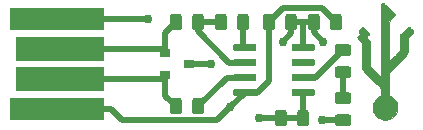
<source format=gbr>
G04 #@! TF.GenerationSoftware,KiCad,Pcbnew,(5.1.2-1)-1*
G04 #@! TF.CreationDate,2019-10-10T21:18:58-06:00*
G04 #@! TF.ProjectId,usb-target,7573622d-7461-4726-9765-742e6b696361,rev?*
G04 #@! TF.SameCoordinates,Original*
G04 #@! TF.FileFunction,Copper,L1,Top*
G04 #@! TF.FilePolarity,Positive*
%FSLAX46Y46*%
G04 Gerber Fmt 4.6, Leading zero omitted, Abs format (unit mm)*
G04 Created by KiCad (PCBNEW (5.1.2-1)-1) date 2019-10-10 21:18:58*
%MOMM*%
%LPD*%
G04 APERTURE LIST*
%ADD10C,0.010000*%
%ADD11R,8.000000X1.900000*%
%ADD12R,7.500000X2.000000*%
%ADD13C,0.100000*%
%ADD14C,0.975000*%
%ADD15R,0.900000X0.800000*%
%ADD16C,0.600000*%
%ADD17C,0.762000*%
%ADD18C,0.508000*%
G04 APERTURE END LIST*
D10*
G36*
X89497192Y-81456152D02*
G01*
X89549167Y-81478391D01*
X89615283Y-81524018D01*
X89700327Y-81596024D01*
X89809085Y-81697403D01*
X89946345Y-81831145D01*
X90011890Y-81895949D01*
X90136017Y-82020394D01*
X90248581Y-82135952D01*
X90344288Y-82236966D01*
X90417841Y-82317782D01*
X90463945Y-82372744D01*
X90476999Y-82392677D01*
X90486311Y-82439114D01*
X90475267Y-82490222D01*
X90439845Y-82552189D01*
X90376022Y-82631201D01*
X90279775Y-82733447D01*
X90209931Y-82803439D01*
X89992200Y-83018778D01*
X89992200Y-84690829D01*
X89992238Y-85023011D01*
X89992422Y-85307929D01*
X89992853Y-85549116D01*
X89993633Y-85750109D01*
X89994863Y-85914443D01*
X89996645Y-86045653D01*
X89999082Y-86147273D01*
X90002274Y-86222840D01*
X90006324Y-86275887D01*
X90011333Y-86309951D01*
X90017403Y-86328567D01*
X90024636Y-86335269D01*
X90033134Y-86333593D01*
X90039377Y-86329690D01*
X90086571Y-86291446D01*
X90159920Y-86225942D01*
X90252751Y-86139704D01*
X90358391Y-86039263D01*
X90470168Y-85931146D01*
X90581408Y-85821882D01*
X90685438Y-85718000D01*
X90775586Y-85626027D01*
X90845179Y-85552494D01*
X90887543Y-85503927D01*
X90896294Y-85491311D01*
X90907873Y-85458080D01*
X90916823Y-85404555D01*
X90923420Y-85325150D01*
X90927944Y-85214277D01*
X90930670Y-85066352D01*
X90931878Y-84875787D01*
X90932000Y-84772606D01*
X90932102Y-84574312D01*
X90932759Y-84420515D01*
X90934493Y-84304915D01*
X90937826Y-84221210D01*
X90943281Y-84163098D01*
X90951381Y-84124277D01*
X90962647Y-84098445D01*
X90977604Y-84079301D01*
X90990559Y-84066495D01*
X91029627Y-84028985D01*
X91096902Y-83964235D01*
X91184040Y-83880283D01*
X91282694Y-83785169D01*
X91318999Y-83750149D01*
X91442622Y-83633049D01*
X91538780Y-83550992D01*
X91615457Y-83502630D01*
X91680633Y-83486617D01*
X91742292Y-83501605D01*
X91808415Y-83546248D01*
X91886984Y-83619198D01*
X91916983Y-83649233D01*
X92003001Y-83740035D01*
X92056817Y-83813087D01*
X92077251Y-83877276D01*
X92063127Y-83941488D01*
X92013265Y-84014609D01*
X91926488Y-84105525D01*
X91846400Y-84181480D01*
X91617800Y-84394792D01*
X91617424Y-84888446D01*
X91615049Y-85131740D01*
X91606090Y-85332976D01*
X91587185Y-85500791D01*
X91554974Y-85643824D01*
X91506096Y-85770715D01*
X91437191Y-85890101D01*
X91344897Y-86010622D01*
X91225853Y-86140916D01*
X91076698Y-86289622D01*
X91069622Y-86296500D01*
X90930968Y-86430248D01*
X90775359Y-86578870D01*
X90618057Y-86727879D01*
X90474322Y-86862787D01*
X90414069Y-86918800D01*
X90275812Y-87050864D01*
X90165260Y-87165009D01*
X90086597Y-87256695D01*
X90045359Y-87318573D01*
X90031477Y-87348630D01*
X90020245Y-87380450D01*
X90011384Y-87419482D01*
X90004614Y-87471174D01*
X89999653Y-87540974D01*
X89996223Y-87634330D01*
X89994043Y-87756691D01*
X89992832Y-87913503D01*
X89992311Y-88110216D01*
X89992200Y-88352277D01*
X89992200Y-89278622D01*
X90110826Y-89331097D01*
X90287002Y-89434729D01*
X90443254Y-89576472D01*
X90569746Y-89745257D01*
X90656645Y-89930014D01*
X90664361Y-89954100D01*
X90689623Y-90081541D01*
X90700807Y-90236520D01*
X90697913Y-90397763D01*
X90680941Y-90543996D01*
X90664361Y-90614500D01*
X90582263Y-90802280D01*
X90458708Y-90973931D01*
X90302586Y-91120080D01*
X90122790Y-91231352D01*
X90049402Y-91262809D01*
X89889465Y-91306241D01*
X89710745Y-91327508D01*
X89534417Y-91325407D01*
X89387614Y-91300447D01*
X89172481Y-91215637D01*
X88987490Y-91091810D01*
X88836411Y-90931651D01*
X88803305Y-90884621D01*
X88727117Y-90759865D01*
X88677479Y-90649515D01*
X88647567Y-90533128D01*
X88630557Y-90390257D01*
X88628362Y-90360500D01*
X88634916Y-90124364D01*
X88686543Y-89906011D01*
X88780692Y-89709868D01*
X88914811Y-89540363D01*
X89086349Y-89401920D01*
X89223850Y-89327428D01*
X89331800Y-89278622D01*
X89331800Y-89041686D01*
X89329990Y-88926084D01*
X89325158Y-88820217D01*
X89318199Y-88741150D01*
X89314970Y-88720603D01*
X89306676Y-88691093D01*
X89291213Y-88658840D01*
X89265086Y-88620162D01*
X89224802Y-88571375D01*
X89166867Y-88508795D01*
X89087789Y-88428740D01*
X88984074Y-88327525D01*
X88852227Y-88201469D01*
X88688757Y-88046886D01*
X88569667Y-87934800D01*
X88400103Y-87774930D01*
X88263334Y-87644467D01*
X88154816Y-87538370D01*
X88070008Y-87451595D01*
X88004370Y-87379102D01*
X87953359Y-87315848D01*
X87912434Y-87256791D01*
X87877054Y-87196889D01*
X87842677Y-87131101D01*
X87838815Y-87123393D01*
X87744300Y-86934287D01*
X87718900Y-84842963D01*
X87522050Y-84632973D01*
X87420845Y-84520358D01*
X87356100Y-84432759D01*
X87326177Y-84361583D01*
X87329442Y-84298237D01*
X87364260Y-84234130D01*
X87428995Y-84160668D01*
X87431648Y-84157959D01*
X87538097Y-84049496D01*
X87482448Y-83990261D01*
X87435136Y-83918620D01*
X87428299Y-83842389D01*
X87463241Y-83755285D01*
X87541265Y-83651024D01*
X87556413Y-83633908D01*
X87629518Y-83556947D01*
X87684035Y-83512685D01*
X87731756Y-83493109D01*
X87768427Y-83489800D01*
X87807161Y-83491607D01*
X87841798Y-83500716D01*
X87879310Y-83522661D01*
X87926669Y-83562973D01*
X87990848Y-83627184D01*
X88078819Y-83720827D01*
X88131790Y-83778123D01*
X88228315Y-83888318D01*
X88288266Y-83973826D01*
X88313877Y-84042742D01*
X88307383Y-84103160D01*
X88271016Y-84163173D01*
X88245950Y-84191726D01*
X88175384Y-84267543D01*
X88137473Y-84319421D01*
X88132349Y-84361744D01*
X88160147Y-84408896D01*
X88220997Y-84475262D01*
X88248838Y-84504338D01*
X88392000Y-84654428D01*
X88392000Y-85685830D01*
X88392310Y-85953768D01*
X88393339Y-86175450D01*
X88395232Y-86355417D01*
X88398136Y-86498210D01*
X88402196Y-86608369D01*
X88407560Y-86690436D01*
X88414373Y-86748950D01*
X88422781Y-86788454D01*
X88427979Y-86803343D01*
X88442202Y-86831147D01*
X88465448Y-86864818D01*
X88501278Y-86907997D01*
X88553255Y-86964324D01*
X88624938Y-87037442D01*
X88719892Y-87130991D01*
X88841676Y-87248612D01*
X88993852Y-87393946D01*
X89159915Y-87551617D01*
X89331800Y-87714534D01*
X89331800Y-84628203D01*
X89331824Y-84167594D01*
X89331922Y-83755092D01*
X89332136Y-83388008D01*
X89332504Y-83063651D01*
X89333067Y-82779327D01*
X89333864Y-82532347D01*
X89334936Y-82320019D01*
X89336322Y-82139652D01*
X89338063Y-81988554D01*
X89340198Y-81864034D01*
X89342768Y-81763400D01*
X89345812Y-81683962D01*
X89349370Y-81623028D01*
X89353483Y-81577906D01*
X89358190Y-81545906D01*
X89363531Y-81524335D01*
X89369546Y-81510503D01*
X89376275Y-81501719D01*
X89378250Y-81499836D01*
X89416520Y-81469867D01*
X89454572Y-81454308D01*
X89497192Y-81456152D01*
X89497192Y-81456152D01*
G37*
X89497192Y-81456152D02*
X89549167Y-81478391D01*
X89615283Y-81524018D01*
X89700327Y-81596024D01*
X89809085Y-81697403D01*
X89946345Y-81831145D01*
X90011890Y-81895949D01*
X90136017Y-82020394D01*
X90248581Y-82135952D01*
X90344288Y-82236966D01*
X90417841Y-82317782D01*
X90463945Y-82372744D01*
X90476999Y-82392677D01*
X90486311Y-82439114D01*
X90475267Y-82490222D01*
X90439845Y-82552189D01*
X90376022Y-82631201D01*
X90279775Y-82733447D01*
X90209931Y-82803439D01*
X89992200Y-83018778D01*
X89992200Y-84690829D01*
X89992238Y-85023011D01*
X89992422Y-85307929D01*
X89992853Y-85549116D01*
X89993633Y-85750109D01*
X89994863Y-85914443D01*
X89996645Y-86045653D01*
X89999082Y-86147273D01*
X90002274Y-86222840D01*
X90006324Y-86275887D01*
X90011333Y-86309951D01*
X90017403Y-86328567D01*
X90024636Y-86335269D01*
X90033134Y-86333593D01*
X90039377Y-86329690D01*
X90086571Y-86291446D01*
X90159920Y-86225942D01*
X90252751Y-86139704D01*
X90358391Y-86039263D01*
X90470168Y-85931146D01*
X90581408Y-85821882D01*
X90685438Y-85718000D01*
X90775586Y-85626027D01*
X90845179Y-85552494D01*
X90887543Y-85503927D01*
X90896294Y-85491311D01*
X90907873Y-85458080D01*
X90916823Y-85404555D01*
X90923420Y-85325150D01*
X90927944Y-85214277D01*
X90930670Y-85066352D01*
X90931878Y-84875787D01*
X90932000Y-84772606D01*
X90932102Y-84574312D01*
X90932759Y-84420515D01*
X90934493Y-84304915D01*
X90937826Y-84221210D01*
X90943281Y-84163098D01*
X90951381Y-84124277D01*
X90962647Y-84098445D01*
X90977604Y-84079301D01*
X90990559Y-84066495D01*
X91029627Y-84028985D01*
X91096902Y-83964235D01*
X91184040Y-83880283D01*
X91282694Y-83785169D01*
X91318999Y-83750149D01*
X91442622Y-83633049D01*
X91538780Y-83550992D01*
X91615457Y-83502630D01*
X91680633Y-83486617D01*
X91742292Y-83501605D01*
X91808415Y-83546248D01*
X91886984Y-83619198D01*
X91916983Y-83649233D01*
X92003001Y-83740035D01*
X92056817Y-83813087D01*
X92077251Y-83877276D01*
X92063127Y-83941488D01*
X92013265Y-84014609D01*
X91926488Y-84105525D01*
X91846400Y-84181480D01*
X91617800Y-84394792D01*
X91617424Y-84888446D01*
X91615049Y-85131740D01*
X91606090Y-85332976D01*
X91587185Y-85500791D01*
X91554974Y-85643824D01*
X91506096Y-85770715D01*
X91437191Y-85890101D01*
X91344897Y-86010622D01*
X91225853Y-86140916D01*
X91076698Y-86289622D01*
X91069622Y-86296500D01*
X90930968Y-86430248D01*
X90775359Y-86578870D01*
X90618057Y-86727879D01*
X90474322Y-86862787D01*
X90414069Y-86918800D01*
X90275812Y-87050864D01*
X90165260Y-87165009D01*
X90086597Y-87256695D01*
X90045359Y-87318573D01*
X90031477Y-87348630D01*
X90020245Y-87380450D01*
X90011384Y-87419482D01*
X90004614Y-87471174D01*
X89999653Y-87540974D01*
X89996223Y-87634330D01*
X89994043Y-87756691D01*
X89992832Y-87913503D01*
X89992311Y-88110216D01*
X89992200Y-88352277D01*
X89992200Y-89278622D01*
X90110826Y-89331097D01*
X90287002Y-89434729D01*
X90443254Y-89576472D01*
X90569746Y-89745257D01*
X90656645Y-89930014D01*
X90664361Y-89954100D01*
X90689623Y-90081541D01*
X90700807Y-90236520D01*
X90697913Y-90397763D01*
X90680941Y-90543996D01*
X90664361Y-90614500D01*
X90582263Y-90802280D01*
X90458708Y-90973931D01*
X90302586Y-91120080D01*
X90122790Y-91231352D01*
X90049402Y-91262809D01*
X89889465Y-91306241D01*
X89710745Y-91327508D01*
X89534417Y-91325407D01*
X89387614Y-91300447D01*
X89172481Y-91215637D01*
X88987490Y-91091810D01*
X88836411Y-90931651D01*
X88803305Y-90884621D01*
X88727117Y-90759865D01*
X88677479Y-90649515D01*
X88647567Y-90533128D01*
X88630557Y-90390257D01*
X88628362Y-90360500D01*
X88634916Y-90124364D01*
X88686543Y-89906011D01*
X88780692Y-89709868D01*
X88914811Y-89540363D01*
X89086349Y-89401920D01*
X89223850Y-89327428D01*
X89331800Y-89278622D01*
X89331800Y-89041686D01*
X89329990Y-88926084D01*
X89325158Y-88820217D01*
X89318199Y-88741150D01*
X89314970Y-88720603D01*
X89306676Y-88691093D01*
X89291213Y-88658840D01*
X89265086Y-88620162D01*
X89224802Y-88571375D01*
X89166867Y-88508795D01*
X89087789Y-88428740D01*
X88984074Y-88327525D01*
X88852227Y-88201469D01*
X88688757Y-88046886D01*
X88569667Y-87934800D01*
X88400103Y-87774930D01*
X88263334Y-87644467D01*
X88154816Y-87538370D01*
X88070008Y-87451595D01*
X88004370Y-87379102D01*
X87953359Y-87315848D01*
X87912434Y-87256791D01*
X87877054Y-87196889D01*
X87842677Y-87131101D01*
X87838815Y-87123393D01*
X87744300Y-86934287D01*
X87718900Y-84842963D01*
X87522050Y-84632973D01*
X87420845Y-84520358D01*
X87356100Y-84432759D01*
X87326177Y-84361583D01*
X87329442Y-84298237D01*
X87364260Y-84234130D01*
X87428995Y-84160668D01*
X87431648Y-84157959D01*
X87538097Y-84049496D01*
X87482448Y-83990261D01*
X87435136Y-83918620D01*
X87428299Y-83842389D01*
X87463241Y-83755285D01*
X87541265Y-83651024D01*
X87556413Y-83633908D01*
X87629518Y-83556947D01*
X87684035Y-83512685D01*
X87731756Y-83493109D01*
X87768427Y-83489800D01*
X87807161Y-83491607D01*
X87841798Y-83500716D01*
X87879310Y-83522661D01*
X87926669Y-83562973D01*
X87990848Y-83627184D01*
X88078819Y-83720827D01*
X88131790Y-83778123D01*
X88228315Y-83888318D01*
X88288266Y-83973826D01*
X88313877Y-84042742D01*
X88307383Y-84103160D01*
X88271016Y-84163173D01*
X88245950Y-84191726D01*
X88175384Y-84267543D01*
X88137473Y-84319421D01*
X88132349Y-84361744D01*
X88160147Y-84408896D01*
X88220997Y-84475262D01*
X88248838Y-84504338D01*
X88392000Y-84654428D01*
X88392000Y-85685830D01*
X88392310Y-85953768D01*
X88393339Y-86175450D01*
X88395232Y-86355417D01*
X88398136Y-86498210D01*
X88402196Y-86608369D01*
X88407560Y-86690436D01*
X88414373Y-86748950D01*
X88422781Y-86788454D01*
X88427979Y-86803343D01*
X88442202Y-86831147D01*
X88465448Y-86864818D01*
X88501278Y-86907997D01*
X88553255Y-86964324D01*
X88624938Y-87037442D01*
X88719892Y-87130991D01*
X88841676Y-87248612D01*
X88993852Y-87393946D01*
X89159915Y-87551617D01*
X89331800Y-87714534D01*
X89331800Y-84628203D01*
X89331824Y-84167594D01*
X89331922Y-83755092D01*
X89332136Y-83388008D01*
X89332504Y-83063651D01*
X89333067Y-82779327D01*
X89333864Y-82532347D01*
X89334936Y-82320019D01*
X89336322Y-82139652D01*
X89338063Y-81988554D01*
X89340198Y-81864034D01*
X89342768Y-81763400D01*
X89345812Y-81683962D01*
X89349370Y-81623028D01*
X89353483Y-81577906D01*
X89358190Y-81545906D01*
X89363531Y-81524335D01*
X89369546Y-81510503D01*
X89376275Y-81501719D01*
X89378250Y-81499836D01*
X89416520Y-81469867D01*
X89454572Y-81454308D01*
X89497192Y-81456152D01*
D11*
X61923000Y-90424000D03*
X61923000Y-82804000D03*
D12*
X62173000Y-85314000D03*
X62173000Y-87914000D03*
D13*
G36*
X85787142Y-82359174D02*
G01*
X85810803Y-82362684D01*
X85834007Y-82368496D01*
X85856529Y-82376554D01*
X85878153Y-82386782D01*
X85898670Y-82399079D01*
X85917883Y-82413329D01*
X85935607Y-82429393D01*
X85951671Y-82447117D01*
X85965921Y-82466330D01*
X85978218Y-82486847D01*
X85988446Y-82508471D01*
X85996504Y-82530993D01*
X86002316Y-82554197D01*
X86005826Y-82577858D01*
X86007000Y-82601750D01*
X86007000Y-83514250D01*
X86005826Y-83538142D01*
X86002316Y-83561803D01*
X85996504Y-83585007D01*
X85988446Y-83607529D01*
X85978218Y-83629153D01*
X85965921Y-83649670D01*
X85951671Y-83668883D01*
X85935607Y-83686607D01*
X85917883Y-83702671D01*
X85898670Y-83716921D01*
X85878153Y-83729218D01*
X85856529Y-83739446D01*
X85834007Y-83747504D01*
X85810803Y-83753316D01*
X85787142Y-83756826D01*
X85763250Y-83758000D01*
X85275750Y-83758000D01*
X85251858Y-83756826D01*
X85228197Y-83753316D01*
X85204993Y-83747504D01*
X85182471Y-83739446D01*
X85160847Y-83729218D01*
X85140330Y-83716921D01*
X85121117Y-83702671D01*
X85103393Y-83686607D01*
X85087329Y-83668883D01*
X85073079Y-83649670D01*
X85060782Y-83629153D01*
X85050554Y-83607529D01*
X85042496Y-83585007D01*
X85036684Y-83561803D01*
X85033174Y-83538142D01*
X85032000Y-83514250D01*
X85032000Y-82601750D01*
X85033174Y-82577858D01*
X85036684Y-82554197D01*
X85042496Y-82530993D01*
X85050554Y-82508471D01*
X85060782Y-82486847D01*
X85073079Y-82466330D01*
X85087329Y-82447117D01*
X85103393Y-82429393D01*
X85121117Y-82413329D01*
X85140330Y-82399079D01*
X85160847Y-82386782D01*
X85182471Y-82376554D01*
X85204993Y-82368496D01*
X85228197Y-82362684D01*
X85251858Y-82359174D01*
X85275750Y-82358000D01*
X85763250Y-82358000D01*
X85787142Y-82359174D01*
X85787142Y-82359174D01*
G37*
D14*
X85519500Y-83058000D03*
D13*
G36*
X83912142Y-82359174D02*
G01*
X83935803Y-82362684D01*
X83959007Y-82368496D01*
X83981529Y-82376554D01*
X84003153Y-82386782D01*
X84023670Y-82399079D01*
X84042883Y-82413329D01*
X84060607Y-82429393D01*
X84076671Y-82447117D01*
X84090921Y-82466330D01*
X84103218Y-82486847D01*
X84113446Y-82508471D01*
X84121504Y-82530993D01*
X84127316Y-82554197D01*
X84130826Y-82577858D01*
X84132000Y-82601750D01*
X84132000Y-83514250D01*
X84130826Y-83538142D01*
X84127316Y-83561803D01*
X84121504Y-83585007D01*
X84113446Y-83607529D01*
X84103218Y-83629153D01*
X84090921Y-83649670D01*
X84076671Y-83668883D01*
X84060607Y-83686607D01*
X84042883Y-83702671D01*
X84023670Y-83716921D01*
X84003153Y-83729218D01*
X83981529Y-83739446D01*
X83959007Y-83747504D01*
X83935803Y-83753316D01*
X83912142Y-83756826D01*
X83888250Y-83758000D01*
X83400750Y-83758000D01*
X83376858Y-83756826D01*
X83353197Y-83753316D01*
X83329993Y-83747504D01*
X83307471Y-83739446D01*
X83285847Y-83729218D01*
X83265330Y-83716921D01*
X83246117Y-83702671D01*
X83228393Y-83686607D01*
X83212329Y-83668883D01*
X83198079Y-83649670D01*
X83185782Y-83629153D01*
X83175554Y-83607529D01*
X83167496Y-83585007D01*
X83161684Y-83561803D01*
X83158174Y-83538142D01*
X83157000Y-83514250D01*
X83157000Y-82601750D01*
X83158174Y-82577858D01*
X83161684Y-82554197D01*
X83167496Y-82530993D01*
X83175554Y-82508471D01*
X83185782Y-82486847D01*
X83198079Y-82466330D01*
X83212329Y-82447117D01*
X83228393Y-82429393D01*
X83246117Y-82413329D01*
X83265330Y-82399079D01*
X83285847Y-82386782D01*
X83307471Y-82376554D01*
X83329993Y-82368496D01*
X83353197Y-82362684D01*
X83376858Y-82359174D01*
X83400750Y-82358000D01*
X83888250Y-82358000D01*
X83912142Y-82359174D01*
X83912142Y-82359174D01*
G37*
D14*
X83644500Y-83058000D03*
D13*
G36*
X80102142Y-82359174D02*
G01*
X80125803Y-82362684D01*
X80149007Y-82368496D01*
X80171529Y-82376554D01*
X80193153Y-82386782D01*
X80213670Y-82399079D01*
X80232883Y-82413329D01*
X80250607Y-82429393D01*
X80266671Y-82447117D01*
X80280921Y-82466330D01*
X80293218Y-82486847D01*
X80303446Y-82508471D01*
X80311504Y-82530993D01*
X80317316Y-82554197D01*
X80320826Y-82577858D01*
X80322000Y-82601750D01*
X80322000Y-83514250D01*
X80320826Y-83538142D01*
X80317316Y-83561803D01*
X80311504Y-83585007D01*
X80303446Y-83607529D01*
X80293218Y-83629153D01*
X80280921Y-83649670D01*
X80266671Y-83668883D01*
X80250607Y-83686607D01*
X80232883Y-83702671D01*
X80213670Y-83716921D01*
X80193153Y-83729218D01*
X80171529Y-83739446D01*
X80149007Y-83747504D01*
X80125803Y-83753316D01*
X80102142Y-83756826D01*
X80078250Y-83758000D01*
X79590750Y-83758000D01*
X79566858Y-83756826D01*
X79543197Y-83753316D01*
X79519993Y-83747504D01*
X79497471Y-83739446D01*
X79475847Y-83729218D01*
X79455330Y-83716921D01*
X79436117Y-83702671D01*
X79418393Y-83686607D01*
X79402329Y-83668883D01*
X79388079Y-83649670D01*
X79375782Y-83629153D01*
X79365554Y-83607529D01*
X79357496Y-83585007D01*
X79351684Y-83561803D01*
X79348174Y-83538142D01*
X79347000Y-83514250D01*
X79347000Y-82601750D01*
X79348174Y-82577858D01*
X79351684Y-82554197D01*
X79357496Y-82530993D01*
X79365554Y-82508471D01*
X79375782Y-82486847D01*
X79388079Y-82466330D01*
X79402329Y-82447117D01*
X79418393Y-82429393D01*
X79436117Y-82413329D01*
X79455330Y-82399079D01*
X79475847Y-82386782D01*
X79497471Y-82376554D01*
X79519993Y-82368496D01*
X79543197Y-82362684D01*
X79566858Y-82359174D01*
X79590750Y-82358000D01*
X80078250Y-82358000D01*
X80102142Y-82359174D01*
X80102142Y-82359174D01*
G37*
D14*
X79834500Y-83058000D03*
D13*
G36*
X81977142Y-82359174D02*
G01*
X82000803Y-82362684D01*
X82024007Y-82368496D01*
X82046529Y-82376554D01*
X82068153Y-82386782D01*
X82088670Y-82399079D01*
X82107883Y-82413329D01*
X82125607Y-82429393D01*
X82141671Y-82447117D01*
X82155921Y-82466330D01*
X82168218Y-82486847D01*
X82178446Y-82508471D01*
X82186504Y-82530993D01*
X82192316Y-82554197D01*
X82195826Y-82577858D01*
X82197000Y-82601750D01*
X82197000Y-83514250D01*
X82195826Y-83538142D01*
X82192316Y-83561803D01*
X82186504Y-83585007D01*
X82178446Y-83607529D01*
X82168218Y-83629153D01*
X82155921Y-83649670D01*
X82141671Y-83668883D01*
X82125607Y-83686607D01*
X82107883Y-83702671D01*
X82088670Y-83716921D01*
X82068153Y-83729218D01*
X82046529Y-83739446D01*
X82024007Y-83747504D01*
X82000803Y-83753316D01*
X81977142Y-83756826D01*
X81953250Y-83758000D01*
X81465750Y-83758000D01*
X81441858Y-83756826D01*
X81418197Y-83753316D01*
X81394993Y-83747504D01*
X81372471Y-83739446D01*
X81350847Y-83729218D01*
X81330330Y-83716921D01*
X81311117Y-83702671D01*
X81293393Y-83686607D01*
X81277329Y-83668883D01*
X81263079Y-83649670D01*
X81250782Y-83629153D01*
X81240554Y-83607529D01*
X81232496Y-83585007D01*
X81226684Y-83561803D01*
X81223174Y-83538142D01*
X81222000Y-83514250D01*
X81222000Y-82601750D01*
X81223174Y-82577858D01*
X81226684Y-82554197D01*
X81232496Y-82530993D01*
X81240554Y-82508471D01*
X81250782Y-82486847D01*
X81263079Y-82466330D01*
X81277329Y-82447117D01*
X81293393Y-82429393D01*
X81311117Y-82413329D01*
X81330330Y-82399079D01*
X81350847Y-82386782D01*
X81372471Y-82376554D01*
X81394993Y-82368496D01*
X81418197Y-82362684D01*
X81441858Y-82359174D01*
X81465750Y-82358000D01*
X81953250Y-82358000D01*
X81977142Y-82359174D01*
X81977142Y-82359174D01*
G37*
D14*
X81709500Y-83058000D03*
D13*
G36*
X86586142Y-89000174D02*
G01*
X86609803Y-89003684D01*
X86633007Y-89009496D01*
X86655529Y-89017554D01*
X86677153Y-89027782D01*
X86697670Y-89040079D01*
X86716883Y-89054329D01*
X86734607Y-89070393D01*
X86750671Y-89088117D01*
X86764921Y-89107330D01*
X86777218Y-89127847D01*
X86787446Y-89149471D01*
X86795504Y-89171993D01*
X86801316Y-89195197D01*
X86804826Y-89218858D01*
X86806000Y-89242750D01*
X86806000Y-89730250D01*
X86804826Y-89754142D01*
X86801316Y-89777803D01*
X86795504Y-89801007D01*
X86787446Y-89823529D01*
X86777218Y-89845153D01*
X86764921Y-89865670D01*
X86750671Y-89884883D01*
X86734607Y-89902607D01*
X86716883Y-89918671D01*
X86697670Y-89932921D01*
X86677153Y-89945218D01*
X86655529Y-89955446D01*
X86633007Y-89963504D01*
X86609803Y-89969316D01*
X86586142Y-89972826D01*
X86562250Y-89974000D01*
X85649750Y-89974000D01*
X85625858Y-89972826D01*
X85602197Y-89969316D01*
X85578993Y-89963504D01*
X85556471Y-89955446D01*
X85534847Y-89945218D01*
X85514330Y-89932921D01*
X85495117Y-89918671D01*
X85477393Y-89902607D01*
X85461329Y-89884883D01*
X85447079Y-89865670D01*
X85434782Y-89845153D01*
X85424554Y-89823529D01*
X85416496Y-89801007D01*
X85410684Y-89777803D01*
X85407174Y-89754142D01*
X85406000Y-89730250D01*
X85406000Y-89242750D01*
X85407174Y-89218858D01*
X85410684Y-89195197D01*
X85416496Y-89171993D01*
X85424554Y-89149471D01*
X85434782Y-89127847D01*
X85447079Y-89107330D01*
X85461329Y-89088117D01*
X85477393Y-89070393D01*
X85495117Y-89054329D01*
X85514330Y-89040079D01*
X85534847Y-89027782D01*
X85556471Y-89017554D01*
X85578993Y-89009496D01*
X85602197Y-89003684D01*
X85625858Y-89000174D01*
X85649750Y-88999000D01*
X86562250Y-88999000D01*
X86586142Y-89000174D01*
X86586142Y-89000174D01*
G37*
D14*
X86106000Y-89486500D03*
D13*
G36*
X86586142Y-90875174D02*
G01*
X86609803Y-90878684D01*
X86633007Y-90884496D01*
X86655529Y-90892554D01*
X86677153Y-90902782D01*
X86697670Y-90915079D01*
X86716883Y-90929329D01*
X86734607Y-90945393D01*
X86750671Y-90963117D01*
X86764921Y-90982330D01*
X86777218Y-91002847D01*
X86787446Y-91024471D01*
X86795504Y-91046993D01*
X86801316Y-91070197D01*
X86804826Y-91093858D01*
X86806000Y-91117750D01*
X86806000Y-91605250D01*
X86804826Y-91629142D01*
X86801316Y-91652803D01*
X86795504Y-91676007D01*
X86787446Y-91698529D01*
X86777218Y-91720153D01*
X86764921Y-91740670D01*
X86750671Y-91759883D01*
X86734607Y-91777607D01*
X86716883Y-91793671D01*
X86697670Y-91807921D01*
X86677153Y-91820218D01*
X86655529Y-91830446D01*
X86633007Y-91838504D01*
X86609803Y-91844316D01*
X86586142Y-91847826D01*
X86562250Y-91849000D01*
X85649750Y-91849000D01*
X85625858Y-91847826D01*
X85602197Y-91844316D01*
X85578993Y-91838504D01*
X85556471Y-91830446D01*
X85534847Y-91820218D01*
X85514330Y-91807921D01*
X85495117Y-91793671D01*
X85477393Y-91777607D01*
X85461329Y-91759883D01*
X85447079Y-91740670D01*
X85434782Y-91720153D01*
X85424554Y-91698529D01*
X85416496Y-91676007D01*
X85410684Y-91652803D01*
X85407174Y-91629142D01*
X85406000Y-91605250D01*
X85406000Y-91117750D01*
X85407174Y-91093858D01*
X85410684Y-91070197D01*
X85416496Y-91046993D01*
X85424554Y-91024471D01*
X85434782Y-91002847D01*
X85447079Y-90982330D01*
X85461329Y-90963117D01*
X85477393Y-90945393D01*
X85495117Y-90929329D01*
X85514330Y-90915079D01*
X85534847Y-90902782D01*
X85556471Y-90892554D01*
X85578993Y-90884496D01*
X85602197Y-90878684D01*
X85625858Y-90875174D01*
X85649750Y-90874000D01*
X86562250Y-90874000D01*
X86586142Y-90875174D01*
X86586142Y-90875174D01*
G37*
D14*
X86106000Y-91361500D03*
D15*
X71072500Y-85664000D03*
X71072500Y-87564000D03*
X73072500Y-86614000D03*
D13*
G36*
X76038142Y-82359174D02*
G01*
X76061803Y-82362684D01*
X76085007Y-82368496D01*
X76107529Y-82376554D01*
X76129153Y-82386782D01*
X76149670Y-82399079D01*
X76168883Y-82413329D01*
X76186607Y-82429393D01*
X76202671Y-82447117D01*
X76216921Y-82466330D01*
X76229218Y-82486847D01*
X76239446Y-82508471D01*
X76247504Y-82530993D01*
X76253316Y-82554197D01*
X76256826Y-82577858D01*
X76258000Y-82601750D01*
X76258000Y-83514250D01*
X76256826Y-83538142D01*
X76253316Y-83561803D01*
X76247504Y-83585007D01*
X76239446Y-83607529D01*
X76229218Y-83629153D01*
X76216921Y-83649670D01*
X76202671Y-83668883D01*
X76186607Y-83686607D01*
X76168883Y-83702671D01*
X76149670Y-83716921D01*
X76129153Y-83729218D01*
X76107529Y-83739446D01*
X76085007Y-83747504D01*
X76061803Y-83753316D01*
X76038142Y-83756826D01*
X76014250Y-83758000D01*
X75526750Y-83758000D01*
X75502858Y-83756826D01*
X75479197Y-83753316D01*
X75455993Y-83747504D01*
X75433471Y-83739446D01*
X75411847Y-83729218D01*
X75391330Y-83716921D01*
X75372117Y-83702671D01*
X75354393Y-83686607D01*
X75338329Y-83668883D01*
X75324079Y-83649670D01*
X75311782Y-83629153D01*
X75301554Y-83607529D01*
X75293496Y-83585007D01*
X75287684Y-83561803D01*
X75284174Y-83538142D01*
X75283000Y-83514250D01*
X75283000Y-82601750D01*
X75284174Y-82577858D01*
X75287684Y-82554197D01*
X75293496Y-82530993D01*
X75301554Y-82508471D01*
X75311782Y-82486847D01*
X75324079Y-82466330D01*
X75338329Y-82447117D01*
X75354393Y-82429393D01*
X75372117Y-82413329D01*
X75391330Y-82399079D01*
X75411847Y-82386782D01*
X75433471Y-82376554D01*
X75455993Y-82368496D01*
X75479197Y-82362684D01*
X75502858Y-82359174D01*
X75526750Y-82358000D01*
X76014250Y-82358000D01*
X76038142Y-82359174D01*
X76038142Y-82359174D01*
G37*
D14*
X75770500Y-83058000D03*
D13*
G36*
X77913142Y-82359174D02*
G01*
X77936803Y-82362684D01*
X77960007Y-82368496D01*
X77982529Y-82376554D01*
X78004153Y-82386782D01*
X78024670Y-82399079D01*
X78043883Y-82413329D01*
X78061607Y-82429393D01*
X78077671Y-82447117D01*
X78091921Y-82466330D01*
X78104218Y-82486847D01*
X78114446Y-82508471D01*
X78122504Y-82530993D01*
X78128316Y-82554197D01*
X78131826Y-82577858D01*
X78133000Y-82601750D01*
X78133000Y-83514250D01*
X78131826Y-83538142D01*
X78128316Y-83561803D01*
X78122504Y-83585007D01*
X78114446Y-83607529D01*
X78104218Y-83629153D01*
X78091921Y-83649670D01*
X78077671Y-83668883D01*
X78061607Y-83686607D01*
X78043883Y-83702671D01*
X78024670Y-83716921D01*
X78004153Y-83729218D01*
X77982529Y-83739446D01*
X77960007Y-83747504D01*
X77936803Y-83753316D01*
X77913142Y-83756826D01*
X77889250Y-83758000D01*
X77401750Y-83758000D01*
X77377858Y-83756826D01*
X77354197Y-83753316D01*
X77330993Y-83747504D01*
X77308471Y-83739446D01*
X77286847Y-83729218D01*
X77266330Y-83716921D01*
X77247117Y-83702671D01*
X77229393Y-83686607D01*
X77213329Y-83668883D01*
X77199079Y-83649670D01*
X77186782Y-83629153D01*
X77176554Y-83607529D01*
X77168496Y-83585007D01*
X77162684Y-83561803D01*
X77159174Y-83538142D01*
X77158000Y-83514250D01*
X77158000Y-82601750D01*
X77159174Y-82577858D01*
X77162684Y-82554197D01*
X77168496Y-82530993D01*
X77176554Y-82508471D01*
X77186782Y-82486847D01*
X77199079Y-82466330D01*
X77213329Y-82447117D01*
X77229393Y-82429393D01*
X77247117Y-82413329D01*
X77266330Y-82399079D01*
X77286847Y-82386782D01*
X77308471Y-82376554D01*
X77330993Y-82368496D01*
X77354197Y-82362684D01*
X77377858Y-82359174D01*
X77401750Y-82358000D01*
X77889250Y-82358000D01*
X77913142Y-82359174D01*
X77913142Y-82359174D01*
G37*
D14*
X77645500Y-83058000D03*
D13*
G36*
X86586142Y-84936174D02*
G01*
X86609803Y-84939684D01*
X86633007Y-84945496D01*
X86655529Y-84953554D01*
X86677153Y-84963782D01*
X86697670Y-84976079D01*
X86716883Y-84990329D01*
X86734607Y-85006393D01*
X86750671Y-85024117D01*
X86764921Y-85043330D01*
X86777218Y-85063847D01*
X86787446Y-85085471D01*
X86795504Y-85107993D01*
X86801316Y-85131197D01*
X86804826Y-85154858D01*
X86806000Y-85178750D01*
X86806000Y-85666250D01*
X86804826Y-85690142D01*
X86801316Y-85713803D01*
X86795504Y-85737007D01*
X86787446Y-85759529D01*
X86777218Y-85781153D01*
X86764921Y-85801670D01*
X86750671Y-85820883D01*
X86734607Y-85838607D01*
X86716883Y-85854671D01*
X86697670Y-85868921D01*
X86677153Y-85881218D01*
X86655529Y-85891446D01*
X86633007Y-85899504D01*
X86609803Y-85905316D01*
X86586142Y-85908826D01*
X86562250Y-85910000D01*
X85649750Y-85910000D01*
X85625858Y-85908826D01*
X85602197Y-85905316D01*
X85578993Y-85899504D01*
X85556471Y-85891446D01*
X85534847Y-85881218D01*
X85514330Y-85868921D01*
X85495117Y-85854671D01*
X85477393Y-85838607D01*
X85461329Y-85820883D01*
X85447079Y-85801670D01*
X85434782Y-85781153D01*
X85424554Y-85759529D01*
X85416496Y-85737007D01*
X85410684Y-85713803D01*
X85407174Y-85690142D01*
X85406000Y-85666250D01*
X85406000Y-85178750D01*
X85407174Y-85154858D01*
X85410684Y-85131197D01*
X85416496Y-85107993D01*
X85424554Y-85085471D01*
X85434782Y-85063847D01*
X85447079Y-85043330D01*
X85461329Y-85024117D01*
X85477393Y-85006393D01*
X85495117Y-84990329D01*
X85514330Y-84976079D01*
X85534847Y-84963782D01*
X85556471Y-84953554D01*
X85578993Y-84945496D01*
X85602197Y-84939684D01*
X85625858Y-84936174D01*
X85649750Y-84935000D01*
X86562250Y-84935000D01*
X86586142Y-84936174D01*
X86586142Y-84936174D01*
G37*
D14*
X86106000Y-85422500D03*
D13*
G36*
X86586142Y-86811174D02*
G01*
X86609803Y-86814684D01*
X86633007Y-86820496D01*
X86655529Y-86828554D01*
X86677153Y-86838782D01*
X86697670Y-86851079D01*
X86716883Y-86865329D01*
X86734607Y-86881393D01*
X86750671Y-86899117D01*
X86764921Y-86918330D01*
X86777218Y-86938847D01*
X86787446Y-86960471D01*
X86795504Y-86982993D01*
X86801316Y-87006197D01*
X86804826Y-87029858D01*
X86806000Y-87053750D01*
X86806000Y-87541250D01*
X86804826Y-87565142D01*
X86801316Y-87588803D01*
X86795504Y-87612007D01*
X86787446Y-87634529D01*
X86777218Y-87656153D01*
X86764921Y-87676670D01*
X86750671Y-87695883D01*
X86734607Y-87713607D01*
X86716883Y-87729671D01*
X86697670Y-87743921D01*
X86677153Y-87756218D01*
X86655529Y-87766446D01*
X86633007Y-87774504D01*
X86609803Y-87780316D01*
X86586142Y-87783826D01*
X86562250Y-87785000D01*
X85649750Y-87785000D01*
X85625858Y-87783826D01*
X85602197Y-87780316D01*
X85578993Y-87774504D01*
X85556471Y-87766446D01*
X85534847Y-87756218D01*
X85514330Y-87743921D01*
X85495117Y-87729671D01*
X85477393Y-87713607D01*
X85461329Y-87695883D01*
X85447079Y-87676670D01*
X85434782Y-87656153D01*
X85424554Y-87634529D01*
X85416496Y-87612007D01*
X85410684Y-87588803D01*
X85407174Y-87565142D01*
X85406000Y-87541250D01*
X85406000Y-87053750D01*
X85407174Y-87029858D01*
X85410684Y-87006197D01*
X85416496Y-86982993D01*
X85424554Y-86960471D01*
X85434782Y-86938847D01*
X85447079Y-86918330D01*
X85461329Y-86899117D01*
X85477393Y-86881393D01*
X85495117Y-86865329D01*
X85514330Y-86851079D01*
X85534847Y-86838782D01*
X85556471Y-86828554D01*
X85578993Y-86820496D01*
X85602197Y-86814684D01*
X85625858Y-86811174D01*
X85649750Y-86810000D01*
X86562250Y-86810000D01*
X86586142Y-86811174D01*
X86586142Y-86811174D01*
G37*
D14*
X86106000Y-87297500D03*
D13*
G36*
X82993142Y-90487174D02*
G01*
X83016803Y-90490684D01*
X83040007Y-90496496D01*
X83062529Y-90504554D01*
X83084153Y-90514782D01*
X83104670Y-90527079D01*
X83123883Y-90541329D01*
X83141607Y-90557393D01*
X83157671Y-90575117D01*
X83171921Y-90594330D01*
X83184218Y-90614847D01*
X83194446Y-90636471D01*
X83202504Y-90658993D01*
X83208316Y-90682197D01*
X83211826Y-90705858D01*
X83213000Y-90729750D01*
X83213000Y-91642250D01*
X83211826Y-91666142D01*
X83208316Y-91689803D01*
X83202504Y-91713007D01*
X83194446Y-91735529D01*
X83184218Y-91757153D01*
X83171921Y-91777670D01*
X83157671Y-91796883D01*
X83141607Y-91814607D01*
X83123883Y-91830671D01*
X83104670Y-91844921D01*
X83084153Y-91857218D01*
X83062529Y-91867446D01*
X83040007Y-91875504D01*
X83016803Y-91881316D01*
X82993142Y-91884826D01*
X82969250Y-91886000D01*
X82481750Y-91886000D01*
X82457858Y-91884826D01*
X82434197Y-91881316D01*
X82410993Y-91875504D01*
X82388471Y-91867446D01*
X82366847Y-91857218D01*
X82346330Y-91844921D01*
X82327117Y-91830671D01*
X82309393Y-91814607D01*
X82293329Y-91796883D01*
X82279079Y-91777670D01*
X82266782Y-91757153D01*
X82256554Y-91735529D01*
X82248496Y-91713007D01*
X82242684Y-91689803D01*
X82239174Y-91666142D01*
X82238000Y-91642250D01*
X82238000Y-90729750D01*
X82239174Y-90705858D01*
X82242684Y-90682197D01*
X82248496Y-90658993D01*
X82256554Y-90636471D01*
X82266782Y-90614847D01*
X82279079Y-90594330D01*
X82293329Y-90575117D01*
X82309393Y-90557393D01*
X82327117Y-90541329D01*
X82346330Y-90527079D01*
X82366847Y-90514782D01*
X82388471Y-90504554D01*
X82410993Y-90496496D01*
X82434197Y-90490684D01*
X82457858Y-90487174D01*
X82481750Y-90486000D01*
X82969250Y-90486000D01*
X82993142Y-90487174D01*
X82993142Y-90487174D01*
G37*
D14*
X82725500Y-91186000D03*
D13*
G36*
X81118142Y-90487174D02*
G01*
X81141803Y-90490684D01*
X81165007Y-90496496D01*
X81187529Y-90504554D01*
X81209153Y-90514782D01*
X81229670Y-90527079D01*
X81248883Y-90541329D01*
X81266607Y-90557393D01*
X81282671Y-90575117D01*
X81296921Y-90594330D01*
X81309218Y-90614847D01*
X81319446Y-90636471D01*
X81327504Y-90658993D01*
X81333316Y-90682197D01*
X81336826Y-90705858D01*
X81338000Y-90729750D01*
X81338000Y-91642250D01*
X81336826Y-91666142D01*
X81333316Y-91689803D01*
X81327504Y-91713007D01*
X81319446Y-91735529D01*
X81309218Y-91757153D01*
X81296921Y-91777670D01*
X81282671Y-91796883D01*
X81266607Y-91814607D01*
X81248883Y-91830671D01*
X81229670Y-91844921D01*
X81209153Y-91857218D01*
X81187529Y-91867446D01*
X81165007Y-91875504D01*
X81141803Y-91881316D01*
X81118142Y-91884826D01*
X81094250Y-91886000D01*
X80606750Y-91886000D01*
X80582858Y-91884826D01*
X80559197Y-91881316D01*
X80535993Y-91875504D01*
X80513471Y-91867446D01*
X80491847Y-91857218D01*
X80471330Y-91844921D01*
X80452117Y-91830671D01*
X80434393Y-91814607D01*
X80418329Y-91796883D01*
X80404079Y-91777670D01*
X80391782Y-91757153D01*
X80381554Y-91735529D01*
X80373496Y-91713007D01*
X80367684Y-91689803D01*
X80364174Y-91666142D01*
X80363000Y-91642250D01*
X80363000Y-90729750D01*
X80364174Y-90705858D01*
X80367684Y-90682197D01*
X80373496Y-90658993D01*
X80381554Y-90636471D01*
X80391782Y-90614847D01*
X80404079Y-90594330D01*
X80418329Y-90575117D01*
X80434393Y-90557393D01*
X80452117Y-90541329D01*
X80471330Y-90527079D01*
X80491847Y-90514782D01*
X80513471Y-90504554D01*
X80535993Y-90496496D01*
X80559197Y-90490684D01*
X80582858Y-90487174D01*
X80606750Y-90486000D01*
X81094250Y-90486000D01*
X81118142Y-90487174D01*
X81118142Y-90487174D01*
G37*
D14*
X80850500Y-91186000D03*
D13*
G36*
X72228142Y-82359174D02*
G01*
X72251803Y-82362684D01*
X72275007Y-82368496D01*
X72297529Y-82376554D01*
X72319153Y-82386782D01*
X72339670Y-82399079D01*
X72358883Y-82413329D01*
X72376607Y-82429393D01*
X72392671Y-82447117D01*
X72406921Y-82466330D01*
X72419218Y-82486847D01*
X72429446Y-82508471D01*
X72437504Y-82530993D01*
X72443316Y-82554197D01*
X72446826Y-82577858D01*
X72448000Y-82601750D01*
X72448000Y-83514250D01*
X72446826Y-83538142D01*
X72443316Y-83561803D01*
X72437504Y-83585007D01*
X72429446Y-83607529D01*
X72419218Y-83629153D01*
X72406921Y-83649670D01*
X72392671Y-83668883D01*
X72376607Y-83686607D01*
X72358883Y-83702671D01*
X72339670Y-83716921D01*
X72319153Y-83729218D01*
X72297529Y-83739446D01*
X72275007Y-83747504D01*
X72251803Y-83753316D01*
X72228142Y-83756826D01*
X72204250Y-83758000D01*
X71716750Y-83758000D01*
X71692858Y-83756826D01*
X71669197Y-83753316D01*
X71645993Y-83747504D01*
X71623471Y-83739446D01*
X71601847Y-83729218D01*
X71581330Y-83716921D01*
X71562117Y-83702671D01*
X71544393Y-83686607D01*
X71528329Y-83668883D01*
X71514079Y-83649670D01*
X71501782Y-83629153D01*
X71491554Y-83607529D01*
X71483496Y-83585007D01*
X71477684Y-83561803D01*
X71474174Y-83538142D01*
X71473000Y-83514250D01*
X71473000Y-82601750D01*
X71474174Y-82577858D01*
X71477684Y-82554197D01*
X71483496Y-82530993D01*
X71491554Y-82508471D01*
X71501782Y-82486847D01*
X71514079Y-82466330D01*
X71528329Y-82447117D01*
X71544393Y-82429393D01*
X71562117Y-82413329D01*
X71581330Y-82399079D01*
X71601847Y-82386782D01*
X71623471Y-82376554D01*
X71645993Y-82368496D01*
X71669197Y-82362684D01*
X71692858Y-82359174D01*
X71716750Y-82358000D01*
X72204250Y-82358000D01*
X72228142Y-82359174D01*
X72228142Y-82359174D01*
G37*
D14*
X71960500Y-83058000D03*
D13*
G36*
X74103142Y-82359174D02*
G01*
X74126803Y-82362684D01*
X74150007Y-82368496D01*
X74172529Y-82376554D01*
X74194153Y-82386782D01*
X74214670Y-82399079D01*
X74233883Y-82413329D01*
X74251607Y-82429393D01*
X74267671Y-82447117D01*
X74281921Y-82466330D01*
X74294218Y-82486847D01*
X74304446Y-82508471D01*
X74312504Y-82530993D01*
X74318316Y-82554197D01*
X74321826Y-82577858D01*
X74323000Y-82601750D01*
X74323000Y-83514250D01*
X74321826Y-83538142D01*
X74318316Y-83561803D01*
X74312504Y-83585007D01*
X74304446Y-83607529D01*
X74294218Y-83629153D01*
X74281921Y-83649670D01*
X74267671Y-83668883D01*
X74251607Y-83686607D01*
X74233883Y-83702671D01*
X74214670Y-83716921D01*
X74194153Y-83729218D01*
X74172529Y-83739446D01*
X74150007Y-83747504D01*
X74126803Y-83753316D01*
X74103142Y-83756826D01*
X74079250Y-83758000D01*
X73591750Y-83758000D01*
X73567858Y-83756826D01*
X73544197Y-83753316D01*
X73520993Y-83747504D01*
X73498471Y-83739446D01*
X73476847Y-83729218D01*
X73456330Y-83716921D01*
X73437117Y-83702671D01*
X73419393Y-83686607D01*
X73403329Y-83668883D01*
X73389079Y-83649670D01*
X73376782Y-83629153D01*
X73366554Y-83607529D01*
X73358496Y-83585007D01*
X73352684Y-83561803D01*
X73349174Y-83538142D01*
X73348000Y-83514250D01*
X73348000Y-82601750D01*
X73349174Y-82577858D01*
X73352684Y-82554197D01*
X73358496Y-82530993D01*
X73366554Y-82508471D01*
X73376782Y-82486847D01*
X73389079Y-82466330D01*
X73403329Y-82447117D01*
X73419393Y-82429393D01*
X73437117Y-82413329D01*
X73456330Y-82399079D01*
X73476847Y-82386782D01*
X73498471Y-82376554D01*
X73520993Y-82368496D01*
X73544197Y-82362684D01*
X73567858Y-82359174D01*
X73591750Y-82358000D01*
X74079250Y-82358000D01*
X74103142Y-82359174D01*
X74103142Y-82359174D01*
G37*
D14*
X73835500Y-83058000D03*
D13*
G36*
X74103142Y-89471174D02*
G01*
X74126803Y-89474684D01*
X74150007Y-89480496D01*
X74172529Y-89488554D01*
X74194153Y-89498782D01*
X74214670Y-89511079D01*
X74233883Y-89525329D01*
X74251607Y-89541393D01*
X74267671Y-89559117D01*
X74281921Y-89578330D01*
X74294218Y-89598847D01*
X74304446Y-89620471D01*
X74312504Y-89642993D01*
X74318316Y-89666197D01*
X74321826Y-89689858D01*
X74323000Y-89713750D01*
X74323000Y-90626250D01*
X74321826Y-90650142D01*
X74318316Y-90673803D01*
X74312504Y-90697007D01*
X74304446Y-90719529D01*
X74294218Y-90741153D01*
X74281921Y-90761670D01*
X74267671Y-90780883D01*
X74251607Y-90798607D01*
X74233883Y-90814671D01*
X74214670Y-90828921D01*
X74194153Y-90841218D01*
X74172529Y-90851446D01*
X74150007Y-90859504D01*
X74126803Y-90865316D01*
X74103142Y-90868826D01*
X74079250Y-90870000D01*
X73591750Y-90870000D01*
X73567858Y-90868826D01*
X73544197Y-90865316D01*
X73520993Y-90859504D01*
X73498471Y-90851446D01*
X73476847Y-90841218D01*
X73456330Y-90828921D01*
X73437117Y-90814671D01*
X73419393Y-90798607D01*
X73403329Y-90780883D01*
X73389079Y-90761670D01*
X73376782Y-90741153D01*
X73366554Y-90719529D01*
X73358496Y-90697007D01*
X73352684Y-90673803D01*
X73349174Y-90650142D01*
X73348000Y-90626250D01*
X73348000Y-89713750D01*
X73349174Y-89689858D01*
X73352684Y-89666197D01*
X73358496Y-89642993D01*
X73366554Y-89620471D01*
X73376782Y-89598847D01*
X73389079Y-89578330D01*
X73403329Y-89559117D01*
X73419393Y-89541393D01*
X73437117Y-89525329D01*
X73456330Y-89511079D01*
X73476847Y-89498782D01*
X73498471Y-89488554D01*
X73520993Y-89480496D01*
X73544197Y-89474684D01*
X73567858Y-89471174D01*
X73591750Y-89470000D01*
X74079250Y-89470000D01*
X74103142Y-89471174D01*
X74103142Y-89471174D01*
G37*
D14*
X73835500Y-90170000D03*
D13*
G36*
X72228142Y-89471174D02*
G01*
X72251803Y-89474684D01*
X72275007Y-89480496D01*
X72297529Y-89488554D01*
X72319153Y-89498782D01*
X72339670Y-89511079D01*
X72358883Y-89525329D01*
X72376607Y-89541393D01*
X72392671Y-89559117D01*
X72406921Y-89578330D01*
X72419218Y-89598847D01*
X72429446Y-89620471D01*
X72437504Y-89642993D01*
X72443316Y-89666197D01*
X72446826Y-89689858D01*
X72448000Y-89713750D01*
X72448000Y-90626250D01*
X72446826Y-90650142D01*
X72443316Y-90673803D01*
X72437504Y-90697007D01*
X72429446Y-90719529D01*
X72419218Y-90741153D01*
X72406921Y-90761670D01*
X72392671Y-90780883D01*
X72376607Y-90798607D01*
X72358883Y-90814671D01*
X72339670Y-90828921D01*
X72319153Y-90841218D01*
X72297529Y-90851446D01*
X72275007Y-90859504D01*
X72251803Y-90865316D01*
X72228142Y-90868826D01*
X72204250Y-90870000D01*
X71716750Y-90870000D01*
X71692858Y-90868826D01*
X71669197Y-90865316D01*
X71645993Y-90859504D01*
X71623471Y-90851446D01*
X71601847Y-90841218D01*
X71581330Y-90828921D01*
X71562117Y-90814671D01*
X71544393Y-90798607D01*
X71528329Y-90780883D01*
X71514079Y-90761670D01*
X71501782Y-90741153D01*
X71491554Y-90719529D01*
X71483496Y-90697007D01*
X71477684Y-90673803D01*
X71474174Y-90650142D01*
X71473000Y-90626250D01*
X71473000Y-89713750D01*
X71474174Y-89689858D01*
X71477684Y-89666197D01*
X71483496Y-89642993D01*
X71491554Y-89620471D01*
X71501782Y-89598847D01*
X71514079Y-89578330D01*
X71528329Y-89559117D01*
X71544393Y-89541393D01*
X71562117Y-89525329D01*
X71581330Y-89511079D01*
X71601847Y-89498782D01*
X71623471Y-89488554D01*
X71645993Y-89480496D01*
X71669197Y-89474684D01*
X71692858Y-89471174D01*
X71716750Y-89470000D01*
X72204250Y-89470000D01*
X72228142Y-89471174D01*
X72228142Y-89471174D01*
G37*
D14*
X71960500Y-90170000D03*
D13*
G36*
X83578703Y-88727722D02*
G01*
X83593264Y-88729882D01*
X83607543Y-88733459D01*
X83621403Y-88738418D01*
X83634710Y-88744712D01*
X83647336Y-88752280D01*
X83659159Y-88761048D01*
X83670066Y-88770934D01*
X83679952Y-88781841D01*
X83688720Y-88793664D01*
X83696288Y-88806290D01*
X83702582Y-88819597D01*
X83707541Y-88833457D01*
X83711118Y-88847736D01*
X83713278Y-88862297D01*
X83714000Y-88877000D01*
X83714000Y-89177000D01*
X83713278Y-89191703D01*
X83711118Y-89206264D01*
X83707541Y-89220543D01*
X83702582Y-89234403D01*
X83696288Y-89247710D01*
X83688720Y-89260336D01*
X83679952Y-89272159D01*
X83670066Y-89283066D01*
X83659159Y-89292952D01*
X83647336Y-89301720D01*
X83634710Y-89309288D01*
X83621403Y-89315582D01*
X83607543Y-89320541D01*
X83593264Y-89324118D01*
X83578703Y-89326278D01*
X83564000Y-89327000D01*
X81914000Y-89327000D01*
X81899297Y-89326278D01*
X81884736Y-89324118D01*
X81870457Y-89320541D01*
X81856597Y-89315582D01*
X81843290Y-89309288D01*
X81830664Y-89301720D01*
X81818841Y-89292952D01*
X81807934Y-89283066D01*
X81798048Y-89272159D01*
X81789280Y-89260336D01*
X81781712Y-89247710D01*
X81775418Y-89234403D01*
X81770459Y-89220543D01*
X81766882Y-89206264D01*
X81764722Y-89191703D01*
X81764000Y-89177000D01*
X81764000Y-88877000D01*
X81764722Y-88862297D01*
X81766882Y-88847736D01*
X81770459Y-88833457D01*
X81775418Y-88819597D01*
X81781712Y-88806290D01*
X81789280Y-88793664D01*
X81798048Y-88781841D01*
X81807934Y-88770934D01*
X81818841Y-88761048D01*
X81830664Y-88752280D01*
X81843290Y-88744712D01*
X81856597Y-88738418D01*
X81870457Y-88733459D01*
X81884736Y-88729882D01*
X81899297Y-88727722D01*
X81914000Y-88727000D01*
X83564000Y-88727000D01*
X83578703Y-88727722D01*
X83578703Y-88727722D01*
G37*
D16*
X82739000Y-89027000D03*
D13*
G36*
X83578703Y-87457722D02*
G01*
X83593264Y-87459882D01*
X83607543Y-87463459D01*
X83621403Y-87468418D01*
X83634710Y-87474712D01*
X83647336Y-87482280D01*
X83659159Y-87491048D01*
X83670066Y-87500934D01*
X83679952Y-87511841D01*
X83688720Y-87523664D01*
X83696288Y-87536290D01*
X83702582Y-87549597D01*
X83707541Y-87563457D01*
X83711118Y-87577736D01*
X83713278Y-87592297D01*
X83714000Y-87607000D01*
X83714000Y-87907000D01*
X83713278Y-87921703D01*
X83711118Y-87936264D01*
X83707541Y-87950543D01*
X83702582Y-87964403D01*
X83696288Y-87977710D01*
X83688720Y-87990336D01*
X83679952Y-88002159D01*
X83670066Y-88013066D01*
X83659159Y-88022952D01*
X83647336Y-88031720D01*
X83634710Y-88039288D01*
X83621403Y-88045582D01*
X83607543Y-88050541D01*
X83593264Y-88054118D01*
X83578703Y-88056278D01*
X83564000Y-88057000D01*
X81914000Y-88057000D01*
X81899297Y-88056278D01*
X81884736Y-88054118D01*
X81870457Y-88050541D01*
X81856597Y-88045582D01*
X81843290Y-88039288D01*
X81830664Y-88031720D01*
X81818841Y-88022952D01*
X81807934Y-88013066D01*
X81798048Y-88002159D01*
X81789280Y-87990336D01*
X81781712Y-87977710D01*
X81775418Y-87964403D01*
X81770459Y-87950543D01*
X81766882Y-87936264D01*
X81764722Y-87921703D01*
X81764000Y-87907000D01*
X81764000Y-87607000D01*
X81764722Y-87592297D01*
X81766882Y-87577736D01*
X81770459Y-87563457D01*
X81775418Y-87549597D01*
X81781712Y-87536290D01*
X81789280Y-87523664D01*
X81798048Y-87511841D01*
X81807934Y-87500934D01*
X81818841Y-87491048D01*
X81830664Y-87482280D01*
X81843290Y-87474712D01*
X81856597Y-87468418D01*
X81870457Y-87463459D01*
X81884736Y-87459882D01*
X81899297Y-87457722D01*
X81914000Y-87457000D01*
X83564000Y-87457000D01*
X83578703Y-87457722D01*
X83578703Y-87457722D01*
G37*
D16*
X82739000Y-87757000D03*
D13*
G36*
X83578703Y-86187722D02*
G01*
X83593264Y-86189882D01*
X83607543Y-86193459D01*
X83621403Y-86198418D01*
X83634710Y-86204712D01*
X83647336Y-86212280D01*
X83659159Y-86221048D01*
X83670066Y-86230934D01*
X83679952Y-86241841D01*
X83688720Y-86253664D01*
X83696288Y-86266290D01*
X83702582Y-86279597D01*
X83707541Y-86293457D01*
X83711118Y-86307736D01*
X83713278Y-86322297D01*
X83714000Y-86337000D01*
X83714000Y-86637000D01*
X83713278Y-86651703D01*
X83711118Y-86666264D01*
X83707541Y-86680543D01*
X83702582Y-86694403D01*
X83696288Y-86707710D01*
X83688720Y-86720336D01*
X83679952Y-86732159D01*
X83670066Y-86743066D01*
X83659159Y-86752952D01*
X83647336Y-86761720D01*
X83634710Y-86769288D01*
X83621403Y-86775582D01*
X83607543Y-86780541D01*
X83593264Y-86784118D01*
X83578703Y-86786278D01*
X83564000Y-86787000D01*
X81914000Y-86787000D01*
X81899297Y-86786278D01*
X81884736Y-86784118D01*
X81870457Y-86780541D01*
X81856597Y-86775582D01*
X81843290Y-86769288D01*
X81830664Y-86761720D01*
X81818841Y-86752952D01*
X81807934Y-86743066D01*
X81798048Y-86732159D01*
X81789280Y-86720336D01*
X81781712Y-86707710D01*
X81775418Y-86694403D01*
X81770459Y-86680543D01*
X81766882Y-86666264D01*
X81764722Y-86651703D01*
X81764000Y-86637000D01*
X81764000Y-86337000D01*
X81764722Y-86322297D01*
X81766882Y-86307736D01*
X81770459Y-86293457D01*
X81775418Y-86279597D01*
X81781712Y-86266290D01*
X81789280Y-86253664D01*
X81798048Y-86241841D01*
X81807934Y-86230934D01*
X81818841Y-86221048D01*
X81830664Y-86212280D01*
X81843290Y-86204712D01*
X81856597Y-86198418D01*
X81870457Y-86193459D01*
X81884736Y-86189882D01*
X81899297Y-86187722D01*
X81914000Y-86187000D01*
X83564000Y-86187000D01*
X83578703Y-86187722D01*
X83578703Y-86187722D01*
G37*
D16*
X82739000Y-86487000D03*
D13*
G36*
X83578703Y-84917722D02*
G01*
X83593264Y-84919882D01*
X83607543Y-84923459D01*
X83621403Y-84928418D01*
X83634710Y-84934712D01*
X83647336Y-84942280D01*
X83659159Y-84951048D01*
X83670066Y-84960934D01*
X83679952Y-84971841D01*
X83688720Y-84983664D01*
X83696288Y-84996290D01*
X83702582Y-85009597D01*
X83707541Y-85023457D01*
X83711118Y-85037736D01*
X83713278Y-85052297D01*
X83714000Y-85067000D01*
X83714000Y-85367000D01*
X83713278Y-85381703D01*
X83711118Y-85396264D01*
X83707541Y-85410543D01*
X83702582Y-85424403D01*
X83696288Y-85437710D01*
X83688720Y-85450336D01*
X83679952Y-85462159D01*
X83670066Y-85473066D01*
X83659159Y-85482952D01*
X83647336Y-85491720D01*
X83634710Y-85499288D01*
X83621403Y-85505582D01*
X83607543Y-85510541D01*
X83593264Y-85514118D01*
X83578703Y-85516278D01*
X83564000Y-85517000D01*
X81914000Y-85517000D01*
X81899297Y-85516278D01*
X81884736Y-85514118D01*
X81870457Y-85510541D01*
X81856597Y-85505582D01*
X81843290Y-85499288D01*
X81830664Y-85491720D01*
X81818841Y-85482952D01*
X81807934Y-85473066D01*
X81798048Y-85462159D01*
X81789280Y-85450336D01*
X81781712Y-85437710D01*
X81775418Y-85424403D01*
X81770459Y-85410543D01*
X81766882Y-85396264D01*
X81764722Y-85381703D01*
X81764000Y-85367000D01*
X81764000Y-85067000D01*
X81764722Y-85052297D01*
X81766882Y-85037736D01*
X81770459Y-85023457D01*
X81775418Y-85009597D01*
X81781712Y-84996290D01*
X81789280Y-84983664D01*
X81798048Y-84971841D01*
X81807934Y-84960934D01*
X81818841Y-84951048D01*
X81830664Y-84942280D01*
X81843290Y-84934712D01*
X81856597Y-84928418D01*
X81870457Y-84923459D01*
X81884736Y-84919882D01*
X81899297Y-84917722D01*
X81914000Y-84917000D01*
X83564000Y-84917000D01*
X83578703Y-84917722D01*
X83578703Y-84917722D01*
G37*
D16*
X82739000Y-85217000D03*
D13*
G36*
X78628703Y-84917722D02*
G01*
X78643264Y-84919882D01*
X78657543Y-84923459D01*
X78671403Y-84928418D01*
X78684710Y-84934712D01*
X78697336Y-84942280D01*
X78709159Y-84951048D01*
X78720066Y-84960934D01*
X78729952Y-84971841D01*
X78738720Y-84983664D01*
X78746288Y-84996290D01*
X78752582Y-85009597D01*
X78757541Y-85023457D01*
X78761118Y-85037736D01*
X78763278Y-85052297D01*
X78764000Y-85067000D01*
X78764000Y-85367000D01*
X78763278Y-85381703D01*
X78761118Y-85396264D01*
X78757541Y-85410543D01*
X78752582Y-85424403D01*
X78746288Y-85437710D01*
X78738720Y-85450336D01*
X78729952Y-85462159D01*
X78720066Y-85473066D01*
X78709159Y-85482952D01*
X78697336Y-85491720D01*
X78684710Y-85499288D01*
X78671403Y-85505582D01*
X78657543Y-85510541D01*
X78643264Y-85514118D01*
X78628703Y-85516278D01*
X78614000Y-85517000D01*
X76964000Y-85517000D01*
X76949297Y-85516278D01*
X76934736Y-85514118D01*
X76920457Y-85510541D01*
X76906597Y-85505582D01*
X76893290Y-85499288D01*
X76880664Y-85491720D01*
X76868841Y-85482952D01*
X76857934Y-85473066D01*
X76848048Y-85462159D01*
X76839280Y-85450336D01*
X76831712Y-85437710D01*
X76825418Y-85424403D01*
X76820459Y-85410543D01*
X76816882Y-85396264D01*
X76814722Y-85381703D01*
X76814000Y-85367000D01*
X76814000Y-85067000D01*
X76814722Y-85052297D01*
X76816882Y-85037736D01*
X76820459Y-85023457D01*
X76825418Y-85009597D01*
X76831712Y-84996290D01*
X76839280Y-84983664D01*
X76848048Y-84971841D01*
X76857934Y-84960934D01*
X76868841Y-84951048D01*
X76880664Y-84942280D01*
X76893290Y-84934712D01*
X76906597Y-84928418D01*
X76920457Y-84923459D01*
X76934736Y-84919882D01*
X76949297Y-84917722D01*
X76964000Y-84917000D01*
X78614000Y-84917000D01*
X78628703Y-84917722D01*
X78628703Y-84917722D01*
G37*
D16*
X77789000Y-85217000D03*
D13*
G36*
X78628703Y-86187722D02*
G01*
X78643264Y-86189882D01*
X78657543Y-86193459D01*
X78671403Y-86198418D01*
X78684710Y-86204712D01*
X78697336Y-86212280D01*
X78709159Y-86221048D01*
X78720066Y-86230934D01*
X78729952Y-86241841D01*
X78738720Y-86253664D01*
X78746288Y-86266290D01*
X78752582Y-86279597D01*
X78757541Y-86293457D01*
X78761118Y-86307736D01*
X78763278Y-86322297D01*
X78764000Y-86337000D01*
X78764000Y-86637000D01*
X78763278Y-86651703D01*
X78761118Y-86666264D01*
X78757541Y-86680543D01*
X78752582Y-86694403D01*
X78746288Y-86707710D01*
X78738720Y-86720336D01*
X78729952Y-86732159D01*
X78720066Y-86743066D01*
X78709159Y-86752952D01*
X78697336Y-86761720D01*
X78684710Y-86769288D01*
X78671403Y-86775582D01*
X78657543Y-86780541D01*
X78643264Y-86784118D01*
X78628703Y-86786278D01*
X78614000Y-86787000D01*
X76964000Y-86787000D01*
X76949297Y-86786278D01*
X76934736Y-86784118D01*
X76920457Y-86780541D01*
X76906597Y-86775582D01*
X76893290Y-86769288D01*
X76880664Y-86761720D01*
X76868841Y-86752952D01*
X76857934Y-86743066D01*
X76848048Y-86732159D01*
X76839280Y-86720336D01*
X76831712Y-86707710D01*
X76825418Y-86694403D01*
X76820459Y-86680543D01*
X76816882Y-86666264D01*
X76814722Y-86651703D01*
X76814000Y-86637000D01*
X76814000Y-86337000D01*
X76814722Y-86322297D01*
X76816882Y-86307736D01*
X76820459Y-86293457D01*
X76825418Y-86279597D01*
X76831712Y-86266290D01*
X76839280Y-86253664D01*
X76848048Y-86241841D01*
X76857934Y-86230934D01*
X76868841Y-86221048D01*
X76880664Y-86212280D01*
X76893290Y-86204712D01*
X76906597Y-86198418D01*
X76920457Y-86193459D01*
X76934736Y-86189882D01*
X76949297Y-86187722D01*
X76964000Y-86187000D01*
X78614000Y-86187000D01*
X78628703Y-86187722D01*
X78628703Y-86187722D01*
G37*
D16*
X77789000Y-86487000D03*
D13*
G36*
X78628703Y-87457722D02*
G01*
X78643264Y-87459882D01*
X78657543Y-87463459D01*
X78671403Y-87468418D01*
X78684710Y-87474712D01*
X78697336Y-87482280D01*
X78709159Y-87491048D01*
X78720066Y-87500934D01*
X78729952Y-87511841D01*
X78738720Y-87523664D01*
X78746288Y-87536290D01*
X78752582Y-87549597D01*
X78757541Y-87563457D01*
X78761118Y-87577736D01*
X78763278Y-87592297D01*
X78764000Y-87607000D01*
X78764000Y-87907000D01*
X78763278Y-87921703D01*
X78761118Y-87936264D01*
X78757541Y-87950543D01*
X78752582Y-87964403D01*
X78746288Y-87977710D01*
X78738720Y-87990336D01*
X78729952Y-88002159D01*
X78720066Y-88013066D01*
X78709159Y-88022952D01*
X78697336Y-88031720D01*
X78684710Y-88039288D01*
X78671403Y-88045582D01*
X78657543Y-88050541D01*
X78643264Y-88054118D01*
X78628703Y-88056278D01*
X78614000Y-88057000D01*
X76964000Y-88057000D01*
X76949297Y-88056278D01*
X76934736Y-88054118D01*
X76920457Y-88050541D01*
X76906597Y-88045582D01*
X76893290Y-88039288D01*
X76880664Y-88031720D01*
X76868841Y-88022952D01*
X76857934Y-88013066D01*
X76848048Y-88002159D01*
X76839280Y-87990336D01*
X76831712Y-87977710D01*
X76825418Y-87964403D01*
X76820459Y-87950543D01*
X76816882Y-87936264D01*
X76814722Y-87921703D01*
X76814000Y-87907000D01*
X76814000Y-87607000D01*
X76814722Y-87592297D01*
X76816882Y-87577736D01*
X76820459Y-87563457D01*
X76825418Y-87549597D01*
X76831712Y-87536290D01*
X76839280Y-87523664D01*
X76848048Y-87511841D01*
X76857934Y-87500934D01*
X76868841Y-87491048D01*
X76880664Y-87482280D01*
X76893290Y-87474712D01*
X76906597Y-87468418D01*
X76920457Y-87463459D01*
X76934736Y-87459882D01*
X76949297Y-87457722D01*
X76964000Y-87457000D01*
X78614000Y-87457000D01*
X78628703Y-87457722D01*
X78628703Y-87457722D01*
G37*
D16*
X77789000Y-87757000D03*
D13*
G36*
X78628703Y-88727722D02*
G01*
X78643264Y-88729882D01*
X78657543Y-88733459D01*
X78671403Y-88738418D01*
X78684710Y-88744712D01*
X78697336Y-88752280D01*
X78709159Y-88761048D01*
X78720066Y-88770934D01*
X78729952Y-88781841D01*
X78738720Y-88793664D01*
X78746288Y-88806290D01*
X78752582Y-88819597D01*
X78757541Y-88833457D01*
X78761118Y-88847736D01*
X78763278Y-88862297D01*
X78764000Y-88877000D01*
X78764000Y-89177000D01*
X78763278Y-89191703D01*
X78761118Y-89206264D01*
X78757541Y-89220543D01*
X78752582Y-89234403D01*
X78746288Y-89247710D01*
X78738720Y-89260336D01*
X78729952Y-89272159D01*
X78720066Y-89283066D01*
X78709159Y-89292952D01*
X78697336Y-89301720D01*
X78684710Y-89309288D01*
X78671403Y-89315582D01*
X78657543Y-89320541D01*
X78643264Y-89324118D01*
X78628703Y-89326278D01*
X78614000Y-89327000D01*
X76964000Y-89327000D01*
X76949297Y-89326278D01*
X76934736Y-89324118D01*
X76920457Y-89320541D01*
X76906597Y-89315582D01*
X76893290Y-89309288D01*
X76880664Y-89301720D01*
X76868841Y-89292952D01*
X76857934Y-89283066D01*
X76848048Y-89272159D01*
X76839280Y-89260336D01*
X76831712Y-89247710D01*
X76825418Y-89234403D01*
X76820459Y-89220543D01*
X76816882Y-89206264D01*
X76814722Y-89191703D01*
X76814000Y-89177000D01*
X76814000Y-88877000D01*
X76814722Y-88862297D01*
X76816882Y-88847736D01*
X76820459Y-88833457D01*
X76825418Y-88819597D01*
X76831712Y-88806290D01*
X76839280Y-88793664D01*
X76848048Y-88781841D01*
X76857934Y-88770934D01*
X76868841Y-88761048D01*
X76880664Y-88752280D01*
X76893290Y-88744712D01*
X76906597Y-88738418D01*
X76920457Y-88733459D01*
X76934736Y-88729882D01*
X76949297Y-88727722D01*
X76964000Y-88727000D01*
X78614000Y-88727000D01*
X78628703Y-88727722D01*
X78628703Y-88727722D01*
G37*
D16*
X77789000Y-89027000D03*
D17*
X76550000Y-90266000D03*
X84328000Y-91313000D03*
X69596000Y-82804000D03*
X74930000Y-86614000D03*
X84455000Y-84709000D03*
X81026000Y-84709000D03*
X78994000Y-91186000D03*
D18*
X67385010Y-91378010D02*
X75437990Y-91378010D01*
X66431000Y-90424000D02*
X67385010Y-91378010D01*
X61923000Y-90424000D02*
X66431000Y-90424000D01*
X84963263Y-82501763D02*
X85519500Y-83058000D01*
X84311490Y-81849990D02*
X84963263Y-82501763D01*
X81042510Y-81849990D02*
X84311490Y-81849990D01*
X79834500Y-83058000D02*
X81042510Y-81849990D01*
X77789000Y-89027000D02*
X76550000Y-90266000D01*
X75437990Y-91378010D02*
X76550000Y-90266000D01*
X84376500Y-91361500D02*
X84328000Y-91313000D01*
X86106000Y-91361500D02*
X84376500Y-91361500D01*
X79834500Y-83858000D02*
X79834500Y-83058000D01*
X79834500Y-88056500D02*
X79834500Y-83858000D01*
X78864000Y-89027000D02*
X79834500Y-88056500D01*
X77789000Y-89027000D02*
X78864000Y-89027000D01*
X61923000Y-82804000D02*
X69596000Y-82804000D01*
X73072500Y-86614000D02*
X74930000Y-86614000D01*
X82739000Y-83247000D02*
X82739000Y-85217000D01*
X82550000Y-83058000D02*
X82739000Y-83247000D01*
X81709500Y-83058000D02*
X82550000Y-83058000D01*
X82550000Y-83058000D02*
X83644500Y-83058000D01*
X83644500Y-83898500D02*
X84455000Y-84709000D01*
X83644500Y-83058000D02*
X83644500Y-83898500D01*
X81709500Y-84025500D02*
X81026000Y-84709000D01*
X81709500Y-83058000D02*
X81709500Y-84025500D01*
X86106000Y-87297500D02*
X86106000Y-89486500D01*
X70722500Y-85314000D02*
X71072500Y-85664000D01*
X62173000Y-85314000D02*
X70722500Y-85314000D01*
X71072500Y-83946000D02*
X71960500Y-83058000D01*
X71072500Y-85664000D02*
X71072500Y-83946000D01*
X70722500Y-87914000D02*
X71072500Y-87564000D01*
X62173000Y-87914000D02*
X70722500Y-87914000D01*
X71072500Y-89282000D02*
X71960500Y-90170000D01*
X71072500Y-87564000D02*
X71072500Y-89282000D01*
X82739000Y-91172500D02*
X82725500Y-91186000D01*
X82739000Y-89027000D02*
X82739000Y-91172500D01*
X82725500Y-91186000D02*
X80850500Y-91186000D01*
X80850500Y-91186000D02*
X78994000Y-91186000D01*
X76464500Y-86487000D02*
X76714000Y-86487000D01*
X76714000Y-86487000D02*
X77789000Y-86487000D01*
X73835500Y-83858000D02*
X76464500Y-86487000D01*
X73835500Y-83058000D02*
X73835500Y-83858000D01*
X73835500Y-83058000D02*
X75770500Y-83058000D01*
X77645500Y-85073500D02*
X77789000Y-85217000D01*
X77645500Y-83058000D02*
X77645500Y-85073500D01*
X83771500Y-87757000D02*
X86106000Y-85422500D01*
X82739000Y-87757000D02*
X83771500Y-87757000D01*
X76248500Y-87757000D02*
X77789000Y-87757000D01*
X73835500Y-90170000D02*
X76248500Y-87757000D01*
M02*

</source>
